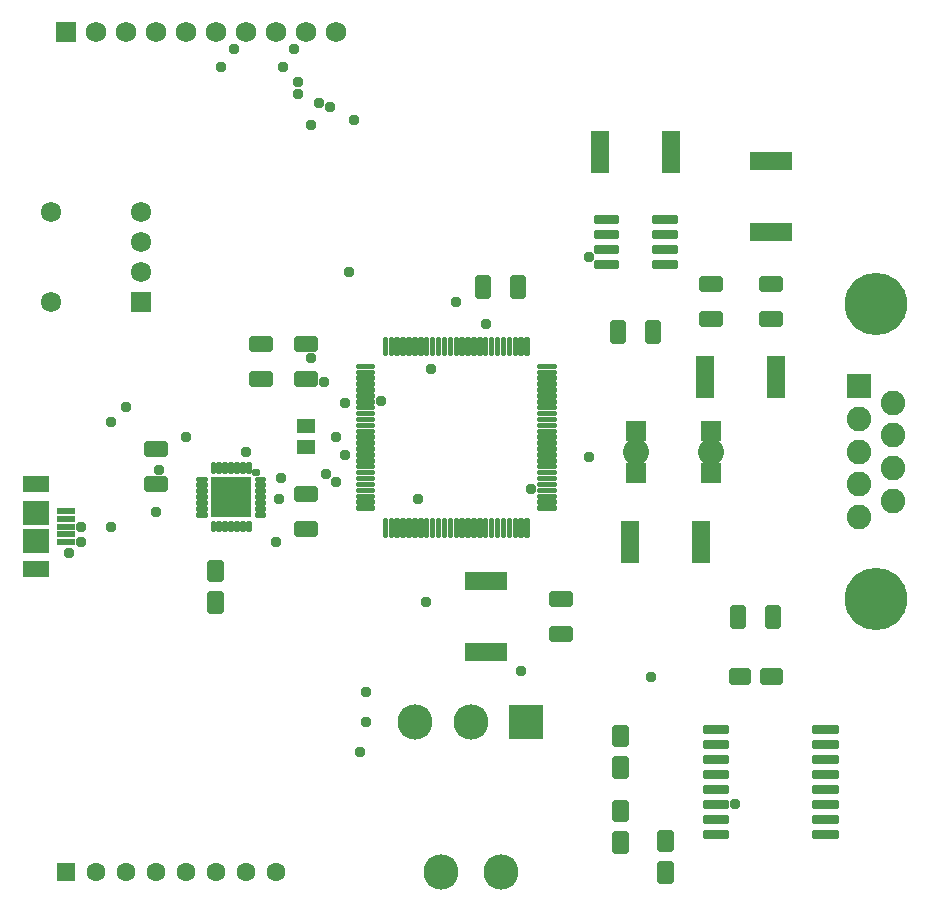
<source format=gbr>
G04 EAGLE Gerber RS-274X export*
G75*
%MOMM*%
%FSLAX34Y34*%
%LPD*%
%INSoldermask Top*%
%IPPOS*%
%AMOC8*
5,1,8,0,0,1.08239X$1,22.5*%
G01*
%ADD10C,0.490750*%
%ADD11C,0.515950*%
%ADD12R,1.721200X1.721200*%
%ADD13C,1.721200*%
%ADD14R,1.793200X1.703200*%
%ADD15C,2.203200*%
%ADD16R,2.082800X2.082800*%
%ADD17C,2.082800*%
%ADD18C,5.283200*%
%ADD19R,1.733200X1.733200*%
%ADD20C,1.733200*%
%ADD21R,1.601200X1.601200*%
%ADD22C,1.601200*%
%ADD23R,1.623200X1.303200*%
%ADD24R,1.543200X3.623200*%
%ADD25R,3.623200X1.543200*%
%ADD26R,2.978200X2.978200*%
%ADD27C,2.978200*%
%ADD28C,0.275422*%
%ADD29C,0.349006*%
%ADD30C,0.353406*%
%ADD31R,2.301600X1.455981*%
%ADD32R,2.302041X1.444950*%
%ADD33R,1.603200X0.603200*%
%ADD34R,2.203200X2.103200*%
%ADD35C,0.653200*%
%ADD36R,3.402950X3.402950*%
%ADD37C,0.427719*%
%ADD38C,0.421209*%
%ADD39C,0.959600*%


D10*
X464862Y260412D02*
X464862Y251688D01*
X449538Y251688D01*
X449538Y260412D01*
X464862Y260412D01*
X464862Y256351D02*
X449538Y256351D01*
X464862Y230912D02*
X464862Y222188D01*
X449538Y222188D01*
X449538Y230912D01*
X464862Y230912D01*
X464862Y226851D02*
X449538Y226851D01*
X396012Y528362D02*
X387288Y528362D01*
X396012Y528362D02*
X396012Y513038D01*
X387288Y513038D01*
X387288Y528362D01*
X387288Y517701D02*
X396012Y517701D01*
X396012Y522364D02*
X387288Y522364D01*
X387288Y527027D02*
X396012Y527027D01*
X416788Y528362D02*
X425512Y528362D01*
X425512Y513038D01*
X416788Y513038D01*
X416788Y528362D01*
X416788Y517701D02*
X425512Y517701D01*
X425512Y522364D02*
X416788Y522364D01*
X416788Y527027D02*
X425512Y527027D01*
X248962Y349312D02*
X248962Y340588D01*
X233638Y340588D01*
X233638Y349312D01*
X248962Y349312D01*
X248962Y345251D02*
X233638Y345251D01*
X248962Y319812D02*
X248962Y311088D01*
X233638Y311088D01*
X233638Y319812D01*
X248962Y319812D01*
X248962Y315751D02*
X233638Y315751D01*
D11*
X160514Y287186D02*
X160514Y273214D01*
X160514Y287186D02*
X169686Y287186D01*
X169686Y273214D01*
X160514Y273214D01*
X160514Y278116D02*
X169686Y278116D01*
X169686Y283018D02*
X160514Y283018D01*
X160514Y260186D02*
X160514Y246214D01*
X160514Y260186D02*
X169686Y260186D01*
X169686Y246214D01*
X160514Y246214D01*
X160514Y251116D02*
X169686Y251116D01*
X169686Y256018D02*
X160514Y256018D01*
D10*
X106638Y349188D02*
X106638Y357912D01*
X121962Y357912D01*
X121962Y349188D01*
X106638Y349188D01*
X106638Y353851D02*
X121962Y353851D01*
X106638Y378688D02*
X106638Y387412D01*
X121962Y387412D01*
X121962Y378688D01*
X106638Y378688D01*
X106638Y383351D02*
X121962Y383351D01*
X632688Y233638D02*
X641412Y233638D01*
X632688Y233638D02*
X632688Y248962D01*
X641412Y248962D01*
X641412Y233638D01*
X641412Y238301D02*
X632688Y238301D01*
X632688Y242964D02*
X641412Y242964D01*
X641412Y247627D02*
X632688Y247627D01*
X611912Y233638D02*
X603188Y233638D01*
X603188Y248962D01*
X611912Y248962D01*
X611912Y233638D01*
X611912Y238301D02*
X603188Y238301D01*
X603188Y242964D02*
X611912Y242964D01*
X611912Y247627D02*
X603188Y247627D01*
X591862Y518388D02*
X591862Y527112D01*
X591862Y518388D02*
X576538Y518388D01*
X576538Y527112D01*
X591862Y527112D01*
X591862Y523051D02*
X576538Y523051D01*
X591862Y497612D02*
X591862Y488888D01*
X576538Y488888D01*
X576538Y497612D01*
X591862Y497612D01*
X591862Y493551D02*
X576538Y493551D01*
X627338Y497612D02*
X627338Y488888D01*
X627338Y497612D02*
X642662Y497612D01*
X642662Y488888D01*
X627338Y488888D01*
X627338Y493551D02*
X642662Y493551D01*
X627338Y518388D02*
X627338Y527112D01*
X642662Y527112D01*
X642662Y518388D01*
X627338Y518388D01*
X627338Y523051D02*
X642662Y523051D01*
D11*
X503414Y147486D02*
X503414Y133514D01*
X503414Y147486D02*
X512586Y147486D01*
X512586Y133514D01*
X503414Y133514D01*
X503414Y138416D02*
X512586Y138416D01*
X512586Y143318D02*
X503414Y143318D01*
X503414Y120486D02*
X503414Y106514D01*
X503414Y120486D02*
X512586Y120486D01*
X512586Y106514D01*
X503414Y106514D01*
X503414Y111416D02*
X512586Y111416D01*
X512586Y116318D02*
X503414Y116318D01*
X503414Y83986D02*
X503414Y70014D01*
X503414Y83986D02*
X512586Y83986D01*
X512586Y70014D01*
X503414Y70014D01*
X503414Y74916D02*
X512586Y74916D01*
X512586Y79818D02*
X503414Y79818D01*
X503414Y56986D02*
X503414Y43014D01*
X503414Y56986D02*
X512586Y56986D01*
X512586Y43014D01*
X503414Y43014D01*
X503414Y47916D02*
X512586Y47916D01*
X512586Y52818D02*
X503414Y52818D01*
X601814Y185914D02*
X615786Y185914D01*
X601814Y185914D02*
X601814Y195086D01*
X615786Y195086D01*
X615786Y185914D01*
X615786Y190816D02*
X601814Y190816D01*
X628814Y185914D02*
X642786Y185914D01*
X628814Y185914D02*
X628814Y195086D01*
X642786Y195086D01*
X642786Y185914D01*
X642786Y190816D02*
X628814Y190816D01*
X550686Y31586D02*
X550686Y17614D01*
X541514Y17614D01*
X541514Y31586D01*
X550686Y31586D01*
X550686Y22516D02*
X541514Y22516D01*
X541514Y27418D02*
X550686Y27418D01*
X550686Y44614D02*
X550686Y58586D01*
X550686Y44614D02*
X541514Y44614D01*
X541514Y58586D01*
X550686Y58586D01*
X550686Y49516D02*
X541514Y49516D01*
X541514Y54418D02*
X550686Y54418D01*
D10*
X195538Y438088D02*
X195538Y446812D01*
X210862Y446812D01*
X210862Y438088D01*
X195538Y438088D01*
X195538Y442751D02*
X210862Y442751D01*
X195538Y467588D02*
X195538Y476312D01*
X210862Y476312D01*
X210862Y467588D01*
X195538Y467588D01*
X195538Y472251D02*
X210862Y472251D01*
X233638Y446812D02*
X233638Y438088D01*
X233638Y446812D02*
X248962Y446812D01*
X248962Y438088D01*
X233638Y438088D01*
X233638Y442751D02*
X248962Y442751D01*
X233638Y467588D02*
X233638Y476312D01*
X248962Y476312D01*
X248962Y467588D01*
X233638Y467588D01*
X233638Y472251D02*
X248962Y472251D01*
D12*
X101600Y508000D03*
D13*
X101600Y533400D03*
X101600Y558800D03*
X101600Y584200D03*
X25400Y584200D03*
X25400Y508000D03*
D14*
X520700Y363050D03*
X520700Y398950D03*
D15*
X520700Y381000D03*
D14*
X584200Y398950D03*
X584200Y363050D03*
D15*
X584200Y381000D03*
D16*
X709700Y436400D03*
D17*
X709700Y408700D03*
X709700Y381000D03*
X709700Y353300D03*
X709700Y325600D03*
X738100Y422500D03*
X738100Y394800D03*
X738100Y367200D03*
X738100Y339500D03*
D18*
X723900Y506000D03*
X723900Y256000D03*
D19*
X38100Y736600D03*
D20*
X63500Y736600D03*
X88900Y736600D03*
X114300Y736600D03*
X139700Y736600D03*
X165100Y736600D03*
X190500Y736600D03*
X215900Y736600D03*
X241300Y736600D03*
X266700Y736600D03*
D21*
X38100Y25400D03*
D22*
X63500Y25400D03*
X88900Y25400D03*
X114300Y25400D03*
X139700Y25400D03*
X165100Y25400D03*
X190500Y25400D03*
X215900Y25400D03*
D23*
X241300Y402550D03*
X241300Y384850D03*
D24*
X550600Y635000D03*
X490800Y635000D03*
D25*
X635000Y567000D03*
X635000Y626800D03*
X393700Y211400D03*
X393700Y271200D03*
D24*
X516200Y304800D03*
X576000Y304800D03*
X579700Y444500D03*
X639500Y444500D03*
D26*
X428000Y152400D03*
D27*
X381000Y152400D03*
X334000Y152400D03*
X355600Y25400D03*
X406400Y25400D03*
D28*
X309339Y310011D02*
X309339Y323989D01*
X309339Y310011D02*
X307261Y310011D01*
X307261Y323989D01*
X309339Y323989D01*
X309339Y312627D02*
X307261Y312627D01*
X307261Y315243D02*
X309339Y315243D01*
X309339Y317859D02*
X307261Y317859D01*
X307261Y320475D02*
X309339Y320475D01*
X309339Y323091D02*
X307261Y323091D01*
X314339Y323989D02*
X314339Y310011D01*
X312261Y310011D01*
X312261Y323989D01*
X314339Y323989D01*
X314339Y312627D02*
X312261Y312627D01*
X312261Y315243D02*
X314339Y315243D01*
X314339Y317859D02*
X312261Y317859D01*
X312261Y320475D02*
X314339Y320475D01*
X314339Y323091D02*
X312261Y323091D01*
X319339Y323989D02*
X319339Y310011D01*
X317261Y310011D01*
X317261Y323989D01*
X319339Y323989D01*
X319339Y312627D02*
X317261Y312627D01*
X317261Y315243D02*
X319339Y315243D01*
X319339Y317859D02*
X317261Y317859D01*
X317261Y320475D02*
X319339Y320475D01*
X319339Y323091D02*
X317261Y323091D01*
X324339Y323989D02*
X324339Y310011D01*
X322261Y310011D01*
X322261Y323989D01*
X324339Y323989D01*
X324339Y312627D02*
X322261Y312627D01*
X322261Y315243D02*
X324339Y315243D01*
X324339Y317859D02*
X322261Y317859D01*
X322261Y320475D02*
X324339Y320475D01*
X324339Y323091D02*
X322261Y323091D01*
X329339Y323989D02*
X329339Y310011D01*
X327261Y310011D01*
X327261Y323989D01*
X329339Y323989D01*
X329339Y312627D02*
X327261Y312627D01*
X327261Y315243D02*
X329339Y315243D01*
X329339Y317859D02*
X327261Y317859D01*
X327261Y320475D02*
X329339Y320475D01*
X329339Y323091D02*
X327261Y323091D01*
X334339Y323989D02*
X334339Y310011D01*
X332261Y310011D01*
X332261Y323989D01*
X334339Y323989D01*
X334339Y312627D02*
X332261Y312627D01*
X332261Y315243D02*
X334339Y315243D01*
X334339Y317859D02*
X332261Y317859D01*
X332261Y320475D02*
X334339Y320475D01*
X334339Y323091D02*
X332261Y323091D01*
X339339Y323989D02*
X339339Y310011D01*
X337261Y310011D01*
X337261Y323989D01*
X339339Y323989D01*
X339339Y312627D02*
X337261Y312627D01*
X337261Y315243D02*
X339339Y315243D01*
X339339Y317859D02*
X337261Y317859D01*
X337261Y320475D02*
X339339Y320475D01*
X339339Y323091D02*
X337261Y323091D01*
X344339Y323989D02*
X344339Y310011D01*
X342261Y310011D01*
X342261Y323989D01*
X344339Y323989D01*
X344339Y312627D02*
X342261Y312627D01*
X342261Y315243D02*
X344339Y315243D01*
X344339Y317859D02*
X342261Y317859D01*
X342261Y320475D02*
X344339Y320475D01*
X344339Y323091D02*
X342261Y323091D01*
X349339Y323989D02*
X349339Y310011D01*
X347261Y310011D01*
X347261Y323989D01*
X349339Y323989D01*
X349339Y312627D02*
X347261Y312627D01*
X347261Y315243D02*
X349339Y315243D01*
X349339Y317859D02*
X347261Y317859D01*
X347261Y320475D02*
X349339Y320475D01*
X349339Y323091D02*
X347261Y323091D01*
X354339Y323989D02*
X354339Y310011D01*
X352261Y310011D01*
X352261Y323989D01*
X354339Y323989D01*
X354339Y312627D02*
X352261Y312627D01*
X352261Y315243D02*
X354339Y315243D01*
X354339Y317859D02*
X352261Y317859D01*
X352261Y320475D02*
X354339Y320475D01*
X354339Y323091D02*
X352261Y323091D01*
X359339Y323989D02*
X359339Y310011D01*
X357261Y310011D01*
X357261Y323989D01*
X359339Y323989D01*
X359339Y312627D02*
X357261Y312627D01*
X357261Y315243D02*
X359339Y315243D01*
X359339Y317859D02*
X357261Y317859D01*
X357261Y320475D02*
X359339Y320475D01*
X359339Y323091D02*
X357261Y323091D01*
X364339Y323989D02*
X364339Y310011D01*
X362261Y310011D01*
X362261Y323989D01*
X364339Y323989D01*
X364339Y312627D02*
X362261Y312627D01*
X362261Y315243D02*
X364339Y315243D01*
X364339Y317859D02*
X362261Y317859D01*
X362261Y320475D02*
X364339Y320475D01*
X364339Y323091D02*
X362261Y323091D01*
X369339Y323989D02*
X369339Y310011D01*
X367261Y310011D01*
X367261Y323989D01*
X369339Y323989D01*
X369339Y312627D02*
X367261Y312627D01*
X367261Y315243D02*
X369339Y315243D01*
X369339Y317859D02*
X367261Y317859D01*
X367261Y320475D02*
X369339Y320475D01*
X369339Y323091D02*
X367261Y323091D01*
X374339Y323989D02*
X374339Y310011D01*
X372261Y310011D01*
X372261Y323989D01*
X374339Y323989D01*
X374339Y312627D02*
X372261Y312627D01*
X372261Y315243D02*
X374339Y315243D01*
X374339Y317859D02*
X372261Y317859D01*
X372261Y320475D02*
X374339Y320475D01*
X374339Y323091D02*
X372261Y323091D01*
X379339Y323989D02*
X379339Y310011D01*
X377261Y310011D01*
X377261Y323989D01*
X379339Y323989D01*
X379339Y312627D02*
X377261Y312627D01*
X377261Y315243D02*
X379339Y315243D01*
X379339Y317859D02*
X377261Y317859D01*
X377261Y320475D02*
X379339Y320475D01*
X379339Y323091D02*
X377261Y323091D01*
X384339Y323989D02*
X384339Y310011D01*
X382261Y310011D01*
X382261Y323989D01*
X384339Y323989D01*
X384339Y312627D02*
X382261Y312627D01*
X382261Y315243D02*
X384339Y315243D01*
X384339Y317859D02*
X382261Y317859D01*
X382261Y320475D02*
X384339Y320475D01*
X384339Y323091D02*
X382261Y323091D01*
X389339Y323989D02*
X389339Y310011D01*
X387261Y310011D01*
X387261Y323989D01*
X389339Y323989D01*
X389339Y312627D02*
X387261Y312627D01*
X387261Y315243D02*
X389339Y315243D01*
X389339Y317859D02*
X387261Y317859D01*
X387261Y320475D02*
X389339Y320475D01*
X389339Y323091D02*
X387261Y323091D01*
X394339Y323989D02*
X394339Y310011D01*
X392261Y310011D01*
X392261Y323989D01*
X394339Y323989D01*
X394339Y312627D02*
X392261Y312627D01*
X392261Y315243D02*
X394339Y315243D01*
X394339Y317859D02*
X392261Y317859D01*
X392261Y320475D02*
X394339Y320475D01*
X394339Y323091D02*
X392261Y323091D01*
X399339Y323989D02*
X399339Y310011D01*
X397261Y310011D01*
X397261Y323989D01*
X399339Y323989D01*
X399339Y312627D02*
X397261Y312627D01*
X397261Y315243D02*
X399339Y315243D01*
X399339Y317859D02*
X397261Y317859D01*
X397261Y320475D02*
X399339Y320475D01*
X399339Y323091D02*
X397261Y323091D01*
X404339Y323989D02*
X404339Y310011D01*
X402261Y310011D01*
X402261Y323989D01*
X404339Y323989D01*
X404339Y312627D02*
X402261Y312627D01*
X402261Y315243D02*
X404339Y315243D01*
X404339Y317859D02*
X402261Y317859D01*
X402261Y320475D02*
X404339Y320475D01*
X404339Y323091D02*
X402261Y323091D01*
X409339Y323989D02*
X409339Y310011D01*
X407261Y310011D01*
X407261Y323989D01*
X409339Y323989D01*
X409339Y312627D02*
X407261Y312627D01*
X407261Y315243D02*
X409339Y315243D01*
X409339Y317859D02*
X407261Y317859D01*
X407261Y320475D02*
X409339Y320475D01*
X409339Y323091D02*
X407261Y323091D01*
X414339Y323989D02*
X414339Y310011D01*
X412261Y310011D01*
X412261Y323989D01*
X414339Y323989D01*
X414339Y312627D02*
X412261Y312627D01*
X412261Y315243D02*
X414339Y315243D01*
X414339Y317859D02*
X412261Y317859D01*
X412261Y320475D02*
X414339Y320475D01*
X414339Y323091D02*
X412261Y323091D01*
X419339Y323989D02*
X419339Y310011D01*
X417261Y310011D01*
X417261Y323989D01*
X419339Y323989D01*
X419339Y312627D02*
X417261Y312627D01*
X417261Y315243D02*
X419339Y315243D01*
X419339Y317859D02*
X417261Y317859D01*
X417261Y320475D02*
X419339Y320475D01*
X419339Y323091D02*
X417261Y323091D01*
X424339Y323989D02*
X424339Y310011D01*
X422261Y310011D01*
X422261Y323989D01*
X424339Y323989D01*
X424339Y312627D02*
X422261Y312627D01*
X422261Y315243D02*
X424339Y315243D01*
X424339Y317859D02*
X422261Y317859D01*
X422261Y320475D02*
X424339Y320475D01*
X424339Y323091D02*
X422261Y323091D01*
X429339Y323989D02*
X429339Y310011D01*
X427261Y310011D01*
X427261Y323989D01*
X429339Y323989D01*
X429339Y312627D02*
X427261Y312627D01*
X427261Y315243D02*
X429339Y315243D01*
X429339Y317859D02*
X427261Y317859D01*
X427261Y320475D02*
X429339Y320475D01*
X429339Y323091D02*
X427261Y323091D01*
X429339Y463411D02*
X429339Y477389D01*
X429339Y463411D02*
X427261Y463411D01*
X427261Y477389D01*
X429339Y477389D01*
X429339Y466027D02*
X427261Y466027D01*
X427261Y468643D02*
X429339Y468643D01*
X429339Y471259D02*
X427261Y471259D01*
X427261Y473875D02*
X429339Y473875D01*
X429339Y476491D02*
X427261Y476491D01*
X424339Y477389D02*
X424339Y463411D01*
X422261Y463411D01*
X422261Y477389D01*
X424339Y477389D01*
X424339Y466027D02*
X422261Y466027D01*
X422261Y468643D02*
X424339Y468643D01*
X424339Y471259D02*
X422261Y471259D01*
X422261Y473875D02*
X424339Y473875D01*
X424339Y476491D02*
X422261Y476491D01*
X419339Y477389D02*
X419339Y463411D01*
X417261Y463411D01*
X417261Y477389D01*
X419339Y477389D01*
X419339Y466027D02*
X417261Y466027D01*
X417261Y468643D02*
X419339Y468643D01*
X419339Y471259D02*
X417261Y471259D01*
X417261Y473875D02*
X419339Y473875D01*
X419339Y476491D02*
X417261Y476491D01*
X414339Y477389D02*
X414339Y463411D01*
X412261Y463411D01*
X412261Y477389D01*
X414339Y477389D01*
X414339Y466027D02*
X412261Y466027D01*
X412261Y468643D02*
X414339Y468643D01*
X414339Y471259D02*
X412261Y471259D01*
X412261Y473875D02*
X414339Y473875D01*
X414339Y476491D02*
X412261Y476491D01*
X409339Y477389D02*
X409339Y463411D01*
X407261Y463411D01*
X407261Y477389D01*
X409339Y477389D01*
X409339Y466027D02*
X407261Y466027D01*
X407261Y468643D02*
X409339Y468643D01*
X409339Y471259D02*
X407261Y471259D01*
X407261Y473875D02*
X409339Y473875D01*
X409339Y476491D02*
X407261Y476491D01*
X404339Y477389D02*
X404339Y463411D01*
X402261Y463411D01*
X402261Y477389D01*
X404339Y477389D01*
X404339Y466027D02*
X402261Y466027D01*
X402261Y468643D02*
X404339Y468643D01*
X404339Y471259D02*
X402261Y471259D01*
X402261Y473875D02*
X404339Y473875D01*
X404339Y476491D02*
X402261Y476491D01*
X399339Y477389D02*
X399339Y463411D01*
X397261Y463411D01*
X397261Y477389D01*
X399339Y477389D01*
X399339Y466027D02*
X397261Y466027D01*
X397261Y468643D02*
X399339Y468643D01*
X399339Y471259D02*
X397261Y471259D01*
X397261Y473875D02*
X399339Y473875D01*
X399339Y476491D02*
X397261Y476491D01*
X394339Y477389D02*
X394339Y463411D01*
X392261Y463411D01*
X392261Y477389D01*
X394339Y477389D01*
X394339Y466027D02*
X392261Y466027D01*
X392261Y468643D02*
X394339Y468643D01*
X394339Y471259D02*
X392261Y471259D01*
X392261Y473875D02*
X394339Y473875D01*
X394339Y476491D02*
X392261Y476491D01*
X389339Y477389D02*
X389339Y463411D01*
X387261Y463411D01*
X387261Y477389D01*
X389339Y477389D01*
X389339Y466027D02*
X387261Y466027D01*
X387261Y468643D02*
X389339Y468643D01*
X389339Y471259D02*
X387261Y471259D01*
X387261Y473875D02*
X389339Y473875D01*
X389339Y476491D02*
X387261Y476491D01*
X384339Y477389D02*
X384339Y463411D01*
X382261Y463411D01*
X382261Y477389D01*
X384339Y477389D01*
X384339Y466027D02*
X382261Y466027D01*
X382261Y468643D02*
X384339Y468643D01*
X384339Y471259D02*
X382261Y471259D01*
X382261Y473875D02*
X384339Y473875D01*
X384339Y476491D02*
X382261Y476491D01*
X379339Y477389D02*
X379339Y463411D01*
X377261Y463411D01*
X377261Y477389D01*
X379339Y477389D01*
X379339Y466027D02*
X377261Y466027D01*
X377261Y468643D02*
X379339Y468643D01*
X379339Y471259D02*
X377261Y471259D01*
X377261Y473875D02*
X379339Y473875D01*
X379339Y476491D02*
X377261Y476491D01*
X374339Y477389D02*
X374339Y463411D01*
X372261Y463411D01*
X372261Y477389D01*
X374339Y477389D01*
X374339Y466027D02*
X372261Y466027D01*
X372261Y468643D02*
X374339Y468643D01*
X374339Y471259D02*
X372261Y471259D01*
X372261Y473875D02*
X374339Y473875D01*
X374339Y476491D02*
X372261Y476491D01*
X369339Y477389D02*
X369339Y463411D01*
X367261Y463411D01*
X367261Y477389D01*
X369339Y477389D01*
X369339Y466027D02*
X367261Y466027D01*
X367261Y468643D02*
X369339Y468643D01*
X369339Y471259D02*
X367261Y471259D01*
X367261Y473875D02*
X369339Y473875D01*
X369339Y476491D02*
X367261Y476491D01*
X364339Y477389D02*
X364339Y463411D01*
X362261Y463411D01*
X362261Y477389D01*
X364339Y477389D01*
X364339Y466027D02*
X362261Y466027D01*
X362261Y468643D02*
X364339Y468643D01*
X364339Y471259D02*
X362261Y471259D01*
X362261Y473875D02*
X364339Y473875D01*
X364339Y476491D02*
X362261Y476491D01*
X359339Y477389D02*
X359339Y463411D01*
X357261Y463411D01*
X357261Y477389D01*
X359339Y477389D01*
X359339Y466027D02*
X357261Y466027D01*
X357261Y468643D02*
X359339Y468643D01*
X359339Y471259D02*
X357261Y471259D01*
X357261Y473875D02*
X359339Y473875D01*
X359339Y476491D02*
X357261Y476491D01*
X354339Y477389D02*
X354339Y463411D01*
X352261Y463411D01*
X352261Y477389D01*
X354339Y477389D01*
X354339Y466027D02*
X352261Y466027D01*
X352261Y468643D02*
X354339Y468643D01*
X354339Y471259D02*
X352261Y471259D01*
X352261Y473875D02*
X354339Y473875D01*
X354339Y476491D02*
X352261Y476491D01*
X349339Y477389D02*
X349339Y463411D01*
X347261Y463411D01*
X347261Y477389D01*
X349339Y477389D01*
X349339Y466027D02*
X347261Y466027D01*
X347261Y468643D02*
X349339Y468643D01*
X349339Y471259D02*
X347261Y471259D01*
X347261Y473875D02*
X349339Y473875D01*
X349339Y476491D02*
X347261Y476491D01*
X344339Y477389D02*
X344339Y463411D01*
X342261Y463411D01*
X342261Y477389D01*
X344339Y477389D01*
X344339Y466027D02*
X342261Y466027D01*
X342261Y468643D02*
X344339Y468643D01*
X344339Y471259D02*
X342261Y471259D01*
X342261Y473875D02*
X344339Y473875D01*
X344339Y476491D02*
X342261Y476491D01*
X339339Y477389D02*
X339339Y463411D01*
X337261Y463411D01*
X337261Y477389D01*
X339339Y477389D01*
X339339Y466027D02*
X337261Y466027D01*
X337261Y468643D02*
X339339Y468643D01*
X339339Y471259D02*
X337261Y471259D01*
X337261Y473875D02*
X339339Y473875D01*
X339339Y476491D02*
X337261Y476491D01*
X334339Y477389D02*
X334339Y463411D01*
X332261Y463411D01*
X332261Y477389D01*
X334339Y477389D01*
X334339Y466027D02*
X332261Y466027D01*
X332261Y468643D02*
X334339Y468643D01*
X334339Y471259D02*
X332261Y471259D01*
X332261Y473875D02*
X334339Y473875D01*
X334339Y476491D02*
X332261Y476491D01*
X329339Y477389D02*
X329339Y463411D01*
X327261Y463411D01*
X327261Y477389D01*
X329339Y477389D01*
X329339Y466027D02*
X327261Y466027D01*
X327261Y468643D02*
X329339Y468643D01*
X329339Y471259D02*
X327261Y471259D01*
X327261Y473875D02*
X329339Y473875D01*
X329339Y476491D02*
X327261Y476491D01*
X324339Y477389D02*
X324339Y463411D01*
X322261Y463411D01*
X322261Y477389D01*
X324339Y477389D01*
X324339Y466027D02*
X322261Y466027D01*
X322261Y468643D02*
X324339Y468643D01*
X324339Y471259D02*
X322261Y471259D01*
X322261Y473875D02*
X324339Y473875D01*
X324339Y476491D02*
X322261Y476491D01*
X319339Y477389D02*
X319339Y463411D01*
X317261Y463411D01*
X317261Y477389D01*
X319339Y477389D01*
X319339Y466027D02*
X317261Y466027D01*
X317261Y468643D02*
X319339Y468643D01*
X319339Y471259D02*
X317261Y471259D01*
X317261Y473875D02*
X319339Y473875D01*
X319339Y476491D02*
X317261Y476491D01*
X314339Y477389D02*
X314339Y463411D01*
X312261Y463411D01*
X312261Y477389D01*
X314339Y477389D01*
X314339Y466027D02*
X312261Y466027D01*
X312261Y468643D02*
X314339Y468643D01*
X314339Y471259D02*
X312261Y471259D01*
X312261Y473875D02*
X314339Y473875D01*
X314339Y476491D02*
X312261Y476491D01*
X309339Y477389D02*
X309339Y463411D01*
X307261Y463411D01*
X307261Y477389D01*
X309339Y477389D01*
X309339Y466027D02*
X307261Y466027D01*
X307261Y468643D02*
X309339Y468643D01*
X309339Y471259D02*
X307261Y471259D01*
X307261Y473875D02*
X309339Y473875D01*
X309339Y476491D02*
X307261Y476491D01*
X298589Y452661D02*
X284611Y452661D01*
X284611Y454739D01*
X298589Y454739D01*
X298589Y452661D01*
X298589Y447661D02*
X284611Y447661D01*
X284611Y449739D01*
X298589Y449739D01*
X298589Y447661D01*
X298589Y442661D02*
X284611Y442661D01*
X284611Y444739D01*
X298589Y444739D01*
X298589Y442661D01*
X298589Y437661D02*
X284611Y437661D01*
X284611Y439739D01*
X298589Y439739D01*
X298589Y437661D01*
X298589Y432661D02*
X284611Y432661D01*
X284611Y434739D01*
X298589Y434739D01*
X298589Y432661D01*
X298589Y427661D02*
X284611Y427661D01*
X284611Y429739D01*
X298589Y429739D01*
X298589Y427661D01*
X298589Y422661D02*
X284611Y422661D01*
X284611Y424739D01*
X298589Y424739D01*
X298589Y422661D01*
X298589Y417661D02*
X284611Y417661D01*
X284611Y419739D01*
X298589Y419739D01*
X298589Y417661D01*
X298589Y412661D02*
X284611Y412661D01*
X284611Y414739D01*
X298589Y414739D01*
X298589Y412661D01*
X298589Y407661D02*
X284611Y407661D01*
X284611Y409739D01*
X298589Y409739D01*
X298589Y407661D01*
X298589Y402661D02*
X284611Y402661D01*
X284611Y404739D01*
X298589Y404739D01*
X298589Y402661D01*
X298589Y397661D02*
X284611Y397661D01*
X284611Y399739D01*
X298589Y399739D01*
X298589Y397661D01*
X298589Y392661D02*
X284611Y392661D01*
X284611Y394739D01*
X298589Y394739D01*
X298589Y392661D01*
X298589Y387661D02*
X284611Y387661D01*
X284611Y389739D01*
X298589Y389739D01*
X298589Y387661D01*
X298589Y382661D02*
X284611Y382661D01*
X284611Y384739D01*
X298589Y384739D01*
X298589Y382661D01*
X298589Y377661D02*
X284611Y377661D01*
X284611Y379739D01*
X298589Y379739D01*
X298589Y377661D01*
X298589Y372661D02*
X284611Y372661D01*
X284611Y374739D01*
X298589Y374739D01*
X298589Y372661D01*
X298589Y367661D02*
X284611Y367661D01*
X284611Y369739D01*
X298589Y369739D01*
X298589Y367661D01*
X298589Y362661D02*
X284611Y362661D01*
X284611Y364739D01*
X298589Y364739D01*
X298589Y362661D01*
X298589Y357661D02*
X284611Y357661D01*
X284611Y359739D01*
X298589Y359739D01*
X298589Y357661D01*
X298589Y352661D02*
X284611Y352661D01*
X284611Y354739D01*
X298589Y354739D01*
X298589Y352661D01*
X298589Y347661D02*
X284611Y347661D01*
X284611Y349739D01*
X298589Y349739D01*
X298589Y347661D01*
X298589Y342661D02*
X284611Y342661D01*
X284611Y344739D01*
X298589Y344739D01*
X298589Y342661D01*
X298589Y337661D02*
X284611Y337661D01*
X284611Y339739D01*
X298589Y339739D01*
X298589Y337661D01*
X298589Y332661D02*
X284611Y332661D01*
X284611Y334739D01*
X298589Y334739D01*
X298589Y332661D01*
X438011Y332661D02*
X451989Y332661D01*
X438011Y332661D02*
X438011Y334739D01*
X451989Y334739D01*
X451989Y332661D01*
X451989Y337661D02*
X438011Y337661D01*
X438011Y339739D01*
X451989Y339739D01*
X451989Y337661D01*
X451989Y342661D02*
X438011Y342661D01*
X438011Y344739D01*
X451989Y344739D01*
X451989Y342661D01*
X451989Y347661D02*
X438011Y347661D01*
X438011Y349739D01*
X451989Y349739D01*
X451989Y347661D01*
X451989Y352661D02*
X438011Y352661D01*
X438011Y354739D01*
X451989Y354739D01*
X451989Y352661D01*
X451989Y357661D02*
X438011Y357661D01*
X438011Y359739D01*
X451989Y359739D01*
X451989Y357661D01*
X451989Y362661D02*
X438011Y362661D01*
X438011Y364739D01*
X451989Y364739D01*
X451989Y362661D01*
X451989Y367661D02*
X438011Y367661D01*
X438011Y369739D01*
X451989Y369739D01*
X451989Y367661D01*
X451989Y372661D02*
X438011Y372661D01*
X438011Y374739D01*
X451989Y374739D01*
X451989Y372661D01*
X451989Y377661D02*
X438011Y377661D01*
X438011Y379739D01*
X451989Y379739D01*
X451989Y377661D01*
X451989Y382661D02*
X438011Y382661D01*
X438011Y384739D01*
X451989Y384739D01*
X451989Y382661D01*
X451989Y387661D02*
X438011Y387661D01*
X438011Y389739D01*
X451989Y389739D01*
X451989Y387661D01*
X451989Y392661D02*
X438011Y392661D01*
X438011Y394739D01*
X451989Y394739D01*
X451989Y392661D01*
X451989Y397661D02*
X438011Y397661D01*
X438011Y399739D01*
X451989Y399739D01*
X451989Y397661D01*
X451989Y402661D02*
X438011Y402661D01*
X438011Y404739D01*
X451989Y404739D01*
X451989Y402661D01*
X451989Y407661D02*
X438011Y407661D01*
X438011Y409739D01*
X451989Y409739D01*
X451989Y407661D01*
X451989Y412661D02*
X438011Y412661D01*
X438011Y414739D01*
X451989Y414739D01*
X451989Y412661D01*
X451989Y417661D02*
X438011Y417661D01*
X438011Y419739D01*
X451989Y419739D01*
X451989Y417661D01*
X451989Y422661D02*
X438011Y422661D01*
X438011Y424739D01*
X451989Y424739D01*
X451989Y422661D01*
X451989Y427661D02*
X438011Y427661D01*
X438011Y429739D01*
X451989Y429739D01*
X451989Y427661D01*
X451989Y432661D02*
X438011Y432661D01*
X438011Y434739D01*
X451989Y434739D01*
X451989Y432661D01*
X451989Y437661D02*
X438011Y437661D01*
X438011Y439739D01*
X451989Y439739D01*
X451989Y437661D01*
X451989Y442661D02*
X438011Y442661D01*
X438011Y444739D01*
X451989Y444739D01*
X451989Y442661D01*
X451989Y447661D02*
X438011Y447661D01*
X438011Y449739D01*
X451989Y449739D01*
X451989Y447661D01*
X451989Y452661D02*
X438011Y452661D01*
X438011Y454739D01*
X451989Y454739D01*
X451989Y452661D01*
D29*
X578929Y143829D02*
X597971Y143829D01*
X578929Y143829D02*
X578929Y148271D01*
X597971Y148271D01*
X597971Y143829D01*
X597971Y147144D02*
X578929Y147144D01*
X578929Y131129D02*
X597971Y131129D01*
X578929Y131129D02*
X578929Y135571D01*
X597971Y135571D01*
X597971Y131129D01*
X597971Y134444D02*
X578929Y134444D01*
X578929Y118429D02*
X597971Y118429D01*
X578929Y118429D02*
X578929Y122871D01*
X597971Y122871D01*
X597971Y118429D01*
X597971Y121744D02*
X578929Y121744D01*
X578929Y105729D02*
X597971Y105729D01*
X578929Y105729D02*
X578929Y110171D01*
X597971Y110171D01*
X597971Y105729D01*
X597971Y109044D02*
X578929Y109044D01*
X578929Y93029D02*
X597971Y93029D01*
X578929Y93029D02*
X578929Y97471D01*
X597971Y97471D01*
X597971Y93029D01*
X597971Y96344D02*
X578929Y96344D01*
X578929Y80329D02*
X597971Y80329D01*
X578929Y80329D02*
X578929Y84771D01*
X597971Y84771D01*
X597971Y80329D01*
X597971Y83644D02*
X578929Y83644D01*
X578929Y67629D02*
X597971Y67629D01*
X578929Y67629D02*
X578929Y72071D01*
X597971Y72071D01*
X597971Y67629D01*
X597971Y70944D02*
X578929Y70944D01*
X578929Y54929D02*
X597971Y54929D01*
X578929Y54929D02*
X578929Y59371D01*
X597971Y59371D01*
X597971Y54929D01*
X597971Y58244D02*
X578929Y58244D01*
X672029Y54929D02*
X691071Y54929D01*
X672029Y54929D02*
X672029Y59371D01*
X691071Y59371D01*
X691071Y54929D01*
X691071Y58244D02*
X672029Y58244D01*
X672029Y67629D02*
X691071Y67629D01*
X672029Y67629D02*
X672029Y72071D01*
X691071Y72071D01*
X691071Y67629D01*
X691071Y70944D02*
X672029Y70944D01*
X672029Y80329D02*
X691071Y80329D01*
X672029Y80329D02*
X672029Y84771D01*
X691071Y84771D01*
X691071Y80329D01*
X691071Y83644D02*
X672029Y83644D01*
X672029Y93029D02*
X691071Y93029D01*
X672029Y93029D02*
X672029Y97471D01*
X691071Y97471D01*
X691071Y93029D01*
X691071Y96344D02*
X672029Y96344D01*
X672029Y105729D02*
X691071Y105729D01*
X672029Y105729D02*
X672029Y110171D01*
X691071Y110171D01*
X691071Y105729D01*
X691071Y109044D02*
X672029Y109044D01*
X672029Y118429D02*
X691071Y118429D01*
X672029Y118429D02*
X672029Y122871D01*
X691071Y122871D01*
X691071Y118429D01*
X691071Y121744D02*
X672029Y121744D01*
X672029Y131129D02*
X691071Y131129D01*
X672029Y131129D02*
X672029Y135571D01*
X691071Y135571D01*
X691071Y131129D01*
X691071Y134444D02*
X672029Y134444D01*
X672029Y143829D02*
X691071Y143829D01*
X672029Y143829D02*
X672029Y148271D01*
X691071Y148271D01*
X691071Y143829D01*
X691071Y147144D02*
X672029Y147144D01*
D30*
X505099Y575601D02*
X486901Y575601D01*
X486901Y580099D01*
X505099Y580099D01*
X505099Y575601D01*
X505099Y578958D02*
X486901Y578958D01*
X486901Y562901D02*
X505099Y562901D01*
X486901Y562901D02*
X486901Y567399D01*
X505099Y567399D01*
X505099Y562901D01*
X505099Y566258D02*
X486901Y566258D01*
X486901Y550201D02*
X505099Y550201D01*
X486901Y550201D02*
X486901Y554699D01*
X505099Y554699D01*
X505099Y550201D01*
X505099Y553558D02*
X486901Y553558D01*
X486901Y537501D02*
X505099Y537501D01*
X486901Y537501D02*
X486901Y541999D01*
X505099Y541999D01*
X505099Y537501D01*
X505099Y540858D02*
X486901Y540858D01*
X536301Y537501D02*
X554499Y537501D01*
X536301Y537501D02*
X536301Y541999D01*
X554499Y541999D01*
X554499Y537501D01*
X554499Y540858D02*
X536301Y540858D01*
X536301Y550201D02*
X554499Y550201D01*
X536301Y550201D02*
X536301Y554699D01*
X554499Y554699D01*
X554499Y550201D01*
X554499Y553558D02*
X536301Y553558D01*
X536301Y562901D02*
X554499Y562901D01*
X536301Y562901D02*
X536301Y567399D01*
X554499Y567399D01*
X554499Y562901D01*
X554499Y566258D02*
X536301Y566258D01*
X536301Y575601D02*
X554499Y575601D01*
X536301Y575601D02*
X536301Y580099D01*
X554499Y580099D01*
X554499Y575601D01*
X554499Y578958D02*
X536301Y578958D01*
D31*
X12692Y353280D03*
D32*
X12690Y281725D03*
D33*
X38200Y330500D03*
X38200Y324000D03*
X38200Y317500D03*
X38200Y311000D03*
X38200Y304500D03*
D34*
X12700Y329500D03*
X12700Y305500D03*
D35*
X12700Y353250D03*
X12700Y281750D03*
D10*
X501588Y490262D02*
X510312Y490262D01*
X510312Y474938D01*
X501588Y474938D01*
X501588Y490262D01*
X501588Y479601D02*
X510312Y479601D01*
X510312Y484264D02*
X501588Y484264D01*
X501588Y488927D02*
X510312Y488927D01*
X531088Y490262D02*
X539812Y490262D01*
X539812Y474938D01*
X531088Y474938D01*
X531088Y490262D01*
X531088Y479601D02*
X539812Y479601D01*
X539812Y484264D02*
X531088Y484264D01*
X531088Y488927D02*
X539812Y488927D01*
D36*
X177785Y342915D03*
D37*
X192422Y364772D02*
X193178Y364772D01*
X192422Y364772D02*
X192422Y370528D01*
X193178Y370528D01*
X193178Y364772D01*
X193178Y368835D02*
X192422Y368835D01*
X188178Y364772D02*
X187422Y364772D01*
X187422Y370528D01*
X188178Y370528D01*
X188178Y364772D01*
X188178Y368835D02*
X187422Y368835D01*
X183178Y364772D02*
X182422Y364772D01*
X182422Y370528D01*
X183178Y370528D01*
X183178Y364772D01*
X183178Y368835D02*
X182422Y368835D01*
X178178Y364772D02*
X177422Y364772D01*
X177422Y370528D01*
X178178Y370528D01*
X178178Y364772D01*
X178178Y368835D02*
X177422Y368835D01*
X173178Y364772D02*
X172422Y364772D01*
X172422Y370528D01*
X173178Y370528D01*
X173178Y364772D01*
X173178Y368835D02*
X172422Y368835D01*
X168178Y364772D02*
X167422Y364772D01*
X167422Y370528D01*
X168178Y370528D01*
X168178Y364772D01*
X168178Y368835D02*
X167422Y368835D01*
X163178Y364772D02*
X162422Y364772D01*
X162422Y370528D01*
X163178Y370528D01*
X163178Y364772D01*
X163178Y368835D02*
X162422Y368835D01*
X155928Y358278D02*
X155928Y357522D01*
X150172Y357522D01*
X150172Y358278D01*
X155928Y358278D01*
X155928Y353278D02*
X155928Y352522D01*
X150172Y352522D01*
X150172Y353278D01*
X155928Y353278D01*
X155928Y348278D02*
X155928Y347522D01*
X150172Y347522D01*
X150172Y348278D01*
X155928Y348278D01*
X155928Y343278D02*
X155928Y342522D01*
X150172Y342522D01*
X150172Y343278D01*
X155928Y343278D01*
X155928Y338278D02*
X155928Y337522D01*
X150172Y337522D01*
X150172Y338278D01*
X155928Y338278D01*
X155928Y333278D02*
X155928Y332522D01*
X150172Y332522D01*
X150172Y333278D01*
X155928Y333278D01*
X155928Y328278D02*
X155928Y327522D01*
X150172Y327522D01*
X150172Y328278D01*
X155928Y328278D01*
X162422Y321028D02*
X163178Y321028D01*
X163178Y315272D01*
X162422Y315272D01*
X162422Y321028D01*
X162422Y319335D02*
X163178Y319335D01*
X167422Y321028D02*
X168178Y321028D01*
X168178Y315272D01*
X167422Y315272D01*
X167422Y321028D01*
X167422Y319335D02*
X168178Y319335D01*
X172422Y321028D02*
X173178Y321028D01*
X173178Y315272D01*
X172422Y315272D01*
X172422Y321028D01*
X172422Y319335D02*
X173178Y319335D01*
X177422Y321028D02*
X178178Y321028D01*
X178178Y315272D01*
X177422Y315272D01*
X177422Y321028D01*
X177422Y319335D02*
X178178Y319335D01*
X182422Y321028D02*
X183178Y321028D01*
X183178Y315272D01*
X182422Y315272D01*
X182422Y321028D01*
X182422Y319335D02*
X183178Y319335D01*
X187422Y321028D02*
X188178Y321028D01*
X188178Y315272D01*
X187422Y315272D01*
X187422Y321028D01*
X187422Y319335D02*
X188178Y319335D01*
X192422Y321028D02*
X193178Y321028D01*
X193178Y315272D01*
X192422Y315272D01*
X192422Y321028D01*
X192422Y319335D02*
X193178Y319335D01*
X199672Y327522D02*
X199672Y328278D01*
X205428Y328278D01*
X205428Y327522D01*
X199672Y327522D01*
X199672Y332522D02*
X199672Y333278D01*
X205428Y333278D01*
X205428Y332522D01*
X199672Y332522D01*
X199672Y337522D02*
X199672Y338278D01*
X205428Y338278D01*
X205428Y337522D01*
X199672Y337522D01*
X199672Y342522D02*
X199672Y343278D01*
X205428Y343278D01*
X205428Y342522D01*
X199672Y342522D01*
X199672Y347522D02*
X199672Y348278D01*
X205428Y348278D01*
X205428Y347522D01*
X199672Y347522D01*
X199672Y352522D02*
X199672Y353278D01*
X205428Y353278D01*
X205428Y352522D01*
X199672Y352522D01*
X199672Y357522D02*
X199672Y358278D01*
X205428Y358278D01*
X205428Y357522D01*
X199672Y357522D01*
D38*
X197715Y362815D02*
X197715Y364985D01*
X199885Y364985D01*
X199885Y362815D01*
X197715Y362815D01*
D39*
X481013Y376238D03*
X481013Y546100D03*
X114300Y330200D03*
X215900Y304800D03*
X292100Y177800D03*
X117475Y365125D03*
X533400Y190500D03*
X342900Y254000D03*
X292100Y152400D03*
X50800Y304800D03*
X139700Y393700D03*
X190500Y381000D03*
X266700Y355600D03*
X266700Y393700D03*
X368300Y508000D03*
X423863Y195263D03*
X220663Y358775D03*
X258763Y361950D03*
X219075Y341313D03*
X336550Y341313D03*
X604838Y82550D03*
X287338Y127000D03*
X252413Y676275D03*
X180975Y722313D03*
X393700Y488950D03*
X282575Y661988D03*
X234950Y693738D03*
X222250Y706438D03*
X169863Y706438D03*
X234950Y684213D03*
X246063Y460375D03*
X347663Y450850D03*
X274638Y377825D03*
X304800Y423863D03*
X274638Y422275D03*
X257175Y439738D03*
X277813Y533400D03*
X231775Y722313D03*
X431800Y349250D03*
X41275Y295275D03*
X261938Y673100D03*
X246063Y657225D03*
X76200Y317500D03*
X76200Y406400D03*
X50800Y317500D03*
X88900Y419100D03*
M02*

</source>
